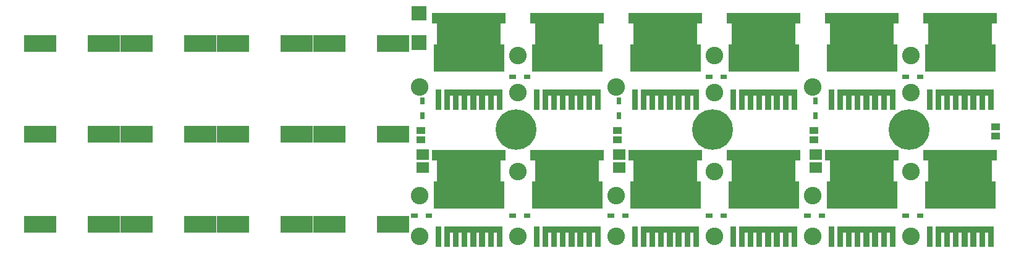
<source format=gbr>
G04 start of page 9 for group -4063 idx -4063 *
G04 Title: fet12v2, componentmask *
G04 Creator: pcb 20140316 *
G04 CreationDate: Wed 13 Jun 2018 07:35:06 AM GMT UTC *
G04 For: brian *
G04 Format: Gerber/RS-274X *
G04 PCB-Dimensions (mil): 6000.00 5000.00 *
G04 PCB-Coordinate-Origin: lower left *
%MOIN*%
%FSLAX25Y25*%
%LNTOPMASK*%
%ADD124C,0.0001*%
%ADD123R,0.0906X0.0906*%
%ADD122R,0.1457X0.1457*%
%ADD121R,0.1142X0.1142*%
%ADD120R,0.0551X0.0551*%
%ADD119R,0.0276X0.0276*%
%ADD118R,0.0315X0.0315*%
%ADD117R,0.0100X0.0100*%
%ADD116C,0.0394*%
%ADD115R,0.0240X0.0240*%
%ADD114R,0.0572X0.0572*%
%ADD113R,0.0355X0.0355*%
%ADD112C,0.2190*%
%ADD111C,0.0010*%
%ADD110C,0.0950*%
G54D110*X390000Y161000D03*
G54D111*X372949Y164232D03*
X377673D03*
X372949Y159508D03*
X377673D03*
X363500Y164232D03*
X368224D03*
Y159508D03*
X349327Y178405D03*
Y173681D03*
Y168956D03*
X354051Y178405D03*
Y173681D03*
Y168956D03*
X358776Y178405D03*
Y173681D03*
Y168956D03*
X363500Y178405D03*
Y173681D03*
X368224D03*
X372949D03*
X377673D03*
X368224Y178405D03*
X372949D03*
X377673D03*
X363500Y168956D03*
X368224D03*
X372949D03*
X377673D03*
X349327Y164232D03*
Y104405D03*
X354051D03*
X349327Y99681D03*
X354051D03*
Y164232D03*
X358776D03*
G54D110*X337000Y144000D03*
G54D111*X349327Y159508D03*
X354051D03*
X358776D03*
X363500D03*
G54D110*X390000Y141000D03*
G54D111*X315224Y178405D03*
Y173681D03*
Y168956D03*
X319949Y178405D03*
Y173681D03*
Y168956D03*
X324673Y178405D03*
Y173681D03*
Y168956D03*
X315224Y164232D03*
Y159508D03*
X319949Y164232D03*
Y159508D03*
X324673Y164232D03*
Y159508D03*
X296327Y178405D03*
X301051D03*
X305776D03*
X310500D03*
X296327Y173681D03*
Y168956D03*
Y164232D03*
X301051Y173681D03*
X305776D03*
X310500D03*
X301051Y168956D03*
X305776D03*
X310500D03*
X301051Y164232D03*
X305776D03*
X310500D03*
X296327Y159508D03*
X301051D03*
X305776D03*
X310500D03*
G54D110*X443000Y144000D03*
Y85500D03*
Y63500D03*
G54D111*X455327Y104405D03*
Y99681D03*
X460051D03*
X455327Y94956D03*
Y90232D03*
X460051D03*
X455327Y85508D03*
X460051D03*
Y104405D03*
X464776D03*
X469500D03*
X474224D03*
X478949D03*
X483673D03*
X464776Y99681D03*
X469500D03*
X474224D03*
X478949D03*
X483673D03*
X460051Y94956D03*
X464776D03*
X469500D03*
X474224D03*
X478949D03*
X483673D03*
X464776Y90232D03*
X469500D03*
X474224D03*
X478949D03*
X483673D03*
X464776Y85508D03*
X469500D03*
X474224D03*
X478949D03*
X483673D03*
G54D110*X496000Y161000D03*
Y141000D03*
G54D111*X478949Y178405D03*
X483673D03*
X478949Y173681D03*
X483673D03*
X478949Y168956D03*
X483673D03*
X478949Y164232D03*
X483673D03*
X478949Y159508D03*
X483673D03*
X474224Y178405D03*
X464776D03*
X469500D03*
X464776Y173681D03*
X469500D03*
X474224D03*
X455327Y178405D03*
X460051D03*
X455327Y173681D03*
X460051D03*
X455327Y168956D03*
X460051D03*
X464776D03*
X469500D03*
X474224D03*
X455327Y164232D03*
X460051D03*
X455327Y159508D03*
X460051D03*
X464776Y164232D03*
X469500D03*
X474224D03*
X464776Y159508D03*
X469500D03*
X474224D03*
X508327Y178405D03*
Y173681D03*
X513051Y178405D03*
Y173681D03*
X517776D03*
X508327Y168956D03*
Y164232D03*
X513051D03*
X517776Y178405D03*
X522500D03*
X527224D03*
X531949D03*
X536673D03*
X522500Y173681D03*
X527224D03*
X531949D03*
X536673D03*
X513051Y168956D03*
X517776D03*
X522500D03*
X527224D03*
X531949D03*
X536673D03*
X517776Y164232D03*
X522500D03*
X527224D03*
X531949D03*
X536673D03*
X508327Y159508D03*
X513051D03*
X517776D03*
X522500D03*
X527224D03*
X531949D03*
X536673D03*
G54D110*X496000Y63500D03*
Y98500D03*
G54D112*X495000Y121000D03*
G54D111*X522500Y104405D03*
X527224D03*
Y99681D03*
X531949Y104405D03*
Y99681D03*
X536673Y104405D03*
Y99681D03*
X522500D03*
Y94956D03*
X527224D03*
X508327Y104405D03*
X513051D03*
X517776D03*
X508327Y99681D03*
X513051D03*
X517776D03*
X508327Y94956D03*
X513051D03*
X517776D03*
X508327Y90232D03*
X513051D03*
X517776D03*
X508327Y85508D03*
X513051D03*
X517776D03*
X531949Y94956D03*
X536673D03*
X522500Y90232D03*
Y85508D03*
X527224D03*
X531949D03*
X527224Y90232D03*
X531949D03*
X536673D03*
Y85508D03*
X421224Y178405D03*
Y173681D03*
Y168956D03*
X425949Y178405D03*
Y173681D03*
Y168956D03*
X430673Y178405D03*
Y173681D03*
Y168956D03*
X421224Y164232D03*
Y159508D03*
X425949Y164232D03*
Y159508D03*
X430673Y164232D03*
Y159508D03*
X402327Y178405D03*
X407051D03*
X411776D03*
X416500D03*
X402327Y173681D03*
Y168956D03*
Y164232D03*
X407051Y173681D03*
X411776D03*
X416500D03*
X407051Y168956D03*
X411776D03*
X416500D03*
X407051Y164232D03*
X411776D03*
X416500D03*
X402327Y159508D03*
X407051D03*
X411776D03*
X416500D03*
G54D110*X390000Y98500D03*
Y63500D03*
G54D112*X389000Y121000D03*
G54D111*X402327Y104405D03*
X407051D03*
X411776D03*
X416500D03*
X421224D03*
X425949D03*
Y99681D03*
Y94956D03*
Y90232D03*
X430673Y104405D03*
Y99681D03*
Y94956D03*
Y90232D03*
X407051Y99681D03*
X411776D03*
X416500D03*
X421224D03*
X411776Y94956D03*
X416500D03*
X421224D03*
X411776Y90232D03*
X416500D03*
X421224D03*
X402327Y99681D03*
Y94956D03*
X407051D03*
X402327Y90232D03*
X407051D03*
X402327Y85508D03*
X407051D03*
X411776D03*
X416500D03*
X421224D03*
X425949D03*
X430673D03*
G54D110*X284000Y161000D03*
G54D111*X266949Y164232D03*
X271673D03*
X266949Y159508D03*
X271673D03*
X257500Y164232D03*
X262224D03*
X257500Y159508D03*
X262224D03*
X243327Y178405D03*
Y173681D03*
Y168956D03*
X248051Y178405D03*
Y173681D03*
Y168956D03*
X252776Y178405D03*
Y173681D03*
Y168956D03*
X257500Y178405D03*
Y173681D03*
X262224D03*
X266949D03*
X271673D03*
X262224Y178405D03*
X266949D03*
X271673D03*
X257500Y168956D03*
X262224D03*
X266949D03*
X271673D03*
X243327Y164232D03*
Y104405D03*
X248051D03*
X243327Y99681D03*
X248051D03*
Y164232D03*
X252776D03*
G54D110*X231000Y144000D03*
G54D111*X243327Y159508D03*
X248051D03*
X252776D03*
G54D112*X283000Y121000D03*
G54D110*X284000Y141000D03*
X337000Y85500D03*
Y63500D03*
G54D111*X358776Y104405D03*
X363500D03*
Y99681D03*
X368224Y104405D03*
X372949D03*
X377673D03*
X368224Y99681D03*
Y94956D03*
X372949Y99681D03*
Y94956D03*
X377673Y99681D03*
Y94956D03*
X358776Y99681D03*
Y94956D03*
X363500D03*
X349327D03*
X354051D03*
X349327Y90232D03*
X354051D03*
X349327Y85508D03*
X354051D03*
X358776Y90232D03*
Y85508D03*
X363500Y90232D03*
Y85508D03*
X368224Y90232D03*
Y85508D03*
X372949Y90232D03*
X377673D03*
X372949Y85508D03*
X377673D03*
G54D110*X231000Y85500D03*
Y63500D03*
G54D111*X252776Y104405D03*
X257500D03*
Y99681D03*
X262224Y104405D03*
X266949D03*
X271673D03*
X262224Y99681D03*
Y94956D03*
X266949Y99681D03*
Y94956D03*
X271673Y99681D03*
Y94956D03*
X252776Y99681D03*
Y94956D03*
X257500D03*
X243327D03*
X248051D03*
X243327Y90232D03*
X248051D03*
X243327Y85508D03*
X248051D03*
X252776Y90232D03*
Y85508D03*
X257500Y90232D03*
Y85508D03*
X262224Y90232D03*
Y85508D03*
X266949Y90232D03*
X271673D03*
X266949Y85508D03*
X271673D03*
G54D110*X284000Y98500D03*
Y63500D03*
G54D111*X296327Y104405D03*
X301051D03*
X305776D03*
X310500D03*
X315224D03*
X319949D03*
Y99681D03*
Y94956D03*
Y90232D03*
X324673Y104405D03*
Y99681D03*
Y94956D03*
Y90232D03*
X301051Y99681D03*
X305776D03*
X310500D03*
X315224D03*
X305776Y94956D03*
X310500D03*
X315224D03*
X305776Y90232D03*
X310500D03*
X315224D03*
X296327Y99681D03*
Y94956D03*
X301051D03*
X296327Y90232D03*
X301051D03*
X296327Y85508D03*
X301051D03*
X305776D03*
X310500D03*
X315224D03*
X319949D03*
X324673D03*
G54D113*X443008Y115441D02*X443992D01*
X443008Y120559D02*X443992D01*
G54D114*X444107Y107543D02*X444893D01*
X444107Y100457D02*X444893D01*
G54D115*X444500Y129187D02*Y127978D01*
Y137022D02*Y135813D01*
G54D116*X457689Y102043D03*
X452965Y106768D03*
X457689D03*
X462413Y102043D03*
Y106768D03*
X467138Y102043D03*
Y106768D03*
X471862D03*
X476587D03*
X481311D03*
X486035D03*
X471862Y102043D03*
X476587D03*
X481311D03*
G54D117*X452252Y141083D02*Y133209D01*
G54D118*X452965Y141083D02*Y133209D01*
G54D119*Y140886D02*Y133406D01*
G54D117*X458402Y141083D02*Y133209D01*
G54D118*X457689Y141083D02*Y133209D01*
G54D119*Y140886D02*Y133406D01*
G54D118*X462413Y141083D02*Y133209D01*
G54D119*Y140886D02*Y133406D01*
G54D118*X467138Y141083D02*Y133209D01*
G54D119*Y140886D02*Y133406D01*
G54D118*X458402Y141083D02*X486035D01*
X471862D02*Y133209D01*
G54D119*Y140886D02*Y133406D01*
G54D118*X476587Y141083D02*Y133209D01*
G54D119*Y140886D02*Y133406D01*
G54D118*X481311Y141083D02*Y133209D01*
G54D119*Y140886D02*Y133406D01*
G54D118*X486035Y141083D02*Y133209D01*
G54D119*Y140886D02*Y133406D01*
G54D115*X500313Y74500D02*X501522D01*
X492478D02*X493687D01*
G54D116*X471862Y92594D03*
Y97319D03*
X476587Y92594D03*
X481311D03*
X476587Y97319D03*
X481311D03*
G54D117*X505252Y141083D02*Y133209D01*
G54D118*X505965Y141083D02*Y133209D01*
G54D119*Y140886D02*Y133406D01*
G54D117*X511402Y141083D02*Y133209D01*
G54D118*X510689Y141083D02*Y133209D01*
G54D119*Y140886D02*Y133406D01*
G54D118*X515413Y141083D02*Y133209D01*
G54D119*Y140886D02*Y133406D01*
G54D116*X529587Y97319D03*
X534311D03*
X529587Y102043D03*
X534311D03*
Y106768D03*
X539035D03*
G54D118*X520138Y141083D02*Y133209D01*
G54D119*Y140886D02*Y133406D01*
G54D118*X529587Y141083D02*Y133209D01*
G54D119*Y140886D02*Y133406D01*
G54D118*X534311Y141083D02*Y133209D01*
G54D119*Y140886D02*Y133406D01*
G54D118*X539035Y141083D02*Y133209D01*
G54D119*Y140886D02*Y133406D01*
G54D118*X524862Y141083D02*Y133209D01*
G54D119*Y140886D02*Y133406D01*
G54D118*X511402Y141083D02*X539035D01*
G54D113*X541008Y122559D02*X541992D01*
X541008Y117441D02*X541992D01*
G54D115*X447313Y74500D02*X448522D01*
X439478D02*X440687D01*
G54D117*X452252Y67083D02*Y59209D01*
G54D118*X452965Y67083D02*Y59209D01*
G54D119*Y66886D02*Y59406D01*
G54D117*X458402Y67083D02*Y59209D01*
G54D118*X457689Y67083D02*Y59209D01*
G54D119*Y66886D02*Y59406D01*
G54D118*X462413Y67083D02*Y59209D01*
G54D119*Y66886D02*Y59406D01*
G54D118*X467138Y67083D02*Y59209D01*
G54D119*Y66886D02*Y59406D01*
G54D118*X471862Y67083D02*Y59209D01*
G54D119*Y66886D02*Y59406D01*
G54D118*X476587Y67083D02*Y59209D01*
G54D119*Y66886D02*Y59406D01*
G54D118*X481311Y67083D02*Y59209D01*
G54D119*Y66886D02*Y59406D01*
G54D118*X486035Y67083D02*Y59209D01*
G54D119*Y66886D02*Y59406D01*
G54D118*X458402Y67083D02*X486035D01*
G54D120*X452374Y107240D02*X486626D01*
G54D121*X458083Y98776D02*X480917D01*
G54D116*X457689Y97319D03*
X462413D03*
X467138D03*
G54D122*X457689Y85783D02*X481311D01*
G54D116*X467138Y83146D03*
Y87870D03*
X452965Y83146D03*
X457689D03*
X462413D03*
X452965Y87870D03*
X457689D03*
X462413D03*
X457689Y92594D03*
X471862Y83146D03*
X476587D03*
X481311D03*
X486035D03*
X476587Y87870D03*
X481311D03*
X471862D03*
X486035D03*
X462413Y92594D03*
X467138D03*
G54D120*X505374Y107240D02*X539626D01*
G54D116*X505965Y106768D03*
X510689D03*
X515413D03*
X520138D03*
G54D121*X511083Y98776D02*X533917D01*
G54D116*X520138Y97319D03*
X524862D03*
X520138Y102043D03*
X524862D03*
X510689Y97319D03*
X515413D03*
X510689Y102043D03*
X515413D03*
X524862Y106768D03*
X529587D03*
G54D117*X505252Y67083D02*Y59209D01*
G54D118*X505965Y67083D02*Y59209D01*
G54D119*Y66886D02*Y59406D01*
G54D117*X511402Y67083D02*Y59209D01*
G54D118*X510689Y67083D02*Y59209D01*
G54D119*Y66886D02*Y59406D01*
G54D122*Y85783D02*X534311D01*
G54D116*X520138Y83146D03*
Y87870D03*
X524862Y92594D03*
X529587D03*
X534311D03*
X505965Y83146D03*
X510689D03*
X515413D03*
X505965Y87870D03*
X510689D03*
X515413D03*
X510689Y92594D03*
X524862Y83146D03*
X529587D03*
X534311D03*
X539035D03*
X529587Y87870D03*
X534311D03*
X524862D03*
X539035D03*
X515413Y92594D03*
X520138D03*
G54D118*X515413Y67083D02*Y59209D01*
G54D119*Y66886D02*Y59406D01*
G54D118*X520138Y67083D02*Y59209D01*
G54D119*Y66886D02*Y59406D01*
G54D118*X529587Y67083D02*Y59209D01*
G54D119*Y66886D02*Y59406D01*
G54D118*X534311Y67083D02*Y59209D01*
G54D119*Y66886D02*Y59406D01*
G54D118*X539035Y67083D02*Y59209D01*
G54D119*Y66886D02*Y59406D01*
G54D118*X524862Y67083D02*Y59209D01*
G54D119*Y66886D02*Y59406D01*
G54D118*X511402Y67083D02*X539035D01*
G54D123*X178240Y70000D02*X186508D01*
X212492D02*X220760D01*
X160492D02*X168760D01*
X126240D02*X134508D01*
X74240D02*X82508D01*
X108492D02*X116760D01*
X56492D02*X64760D01*
X22240D02*X30508D01*
G54D115*X235313Y74500D02*X236522D01*
X227478D02*X228687D01*
G54D117*X240252Y67083D02*Y59209D01*
G54D118*X240965Y67083D02*Y59209D01*
G54D119*Y66886D02*Y59406D01*
G54D113*X231008Y120559D02*X231992D01*
G54D123*X212492Y118500D02*X220760D01*
G54D115*X232500Y129187D02*Y127978D01*
Y137022D02*Y135813D01*
G54D117*X240252Y141083D02*Y133209D01*
G54D118*X240965Y141083D02*Y133209D01*
G54D119*Y140886D02*Y133406D01*
G54D123*X178240Y118500D02*X186508D01*
X160492D02*X168760D01*
X126240D02*X134508D01*
X108492D02*X116760D01*
X74240D02*X82508D01*
X56492D02*X64760D01*
X22240D02*X30508D01*
G54D115*X288313Y149500D02*X289522D01*
X280478D02*X281687D01*
G54D116*X269311Y157146D03*
X274035D03*
G54D122*X245689Y159783D02*X269311D01*
G54D116*X255138Y157146D03*
Y161870D03*
X259862Y157146D03*
X264587D03*
X240965D03*
X245689D03*
X250413D03*
X240965Y161870D03*
X245689D03*
X264587D03*
X269311D03*
X259862D03*
X274035D03*
X250413Y166594D03*
X255138D03*
G54D124*G36*
X226550Y172100D02*Y164200D01*
X234450D01*
Y172100D01*
X226550D01*
G37*
G54D116*X250413Y161870D03*
X245689Y166594D03*
G54D123*X160492Y167500D02*X168760D01*
X126240D02*X134508D01*
X108492D02*X116760D01*
X178240D02*X186508D01*
X212492D02*X220760D01*
X74240D02*X82508D01*
X56492D02*X64760D01*
X22240D02*X30508D01*
G54D116*X264587Y171319D03*
X269311D03*
X264587Y176043D03*
X269311D03*
G54D115*X500313Y149500D02*X501522D01*
X492478D02*X493687D01*
G54D116*X481311Y157146D03*
X486035D03*
G54D122*X457689Y159783D02*X481311D01*
G54D116*X467138Y157146D03*
Y161870D03*
X471862Y157146D03*
X476587D03*
X452965D03*
X457689D03*
X462413D03*
X452965Y161870D03*
X457689D03*
X476587D03*
X481311D03*
X471862D03*
X486035D03*
X462413Y166594D03*
X467138D03*
X462413Y161870D03*
X457689Y166594D03*
X476587Y171319D03*
X481311D03*
X476587Y176043D03*
X481311D03*
G54D120*X452374Y181240D02*X486626D01*
G54D116*X452965Y180768D03*
X457689D03*
X462413D03*
X467138D03*
Y176043D03*
X471862D03*
Y180768D03*
X476587D03*
X481311D03*
X486035D03*
X471862Y166594D03*
X476587D03*
X481311D03*
G54D121*X458083Y172776D02*X480917D01*
G54D116*X467138Y171319D03*
X471862D03*
X457689D03*
X462413D03*
X457689Y176043D03*
X462413D03*
G54D122*X510689Y159783D02*X534311D01*
G54D116*X520138Y157146D03*
X515413Y161870D03*
X520138D03*
X524862D03*
X539035D03*
X524862Y157146D03*
X529587D03*
X534311D03*
X539035D03*
X505965D03*
X510689D03*
X515413D03*
X505965Y161870D03*
X510689D03*
X529587D03*
X534311D03*
G54D121*X511083Y172776D02*X533917D01*
G54D116*X520138Y166594D03*
Y171319D03*
X524862D03*
X529587D03*
X534311D03*
X524862Y166594D03*
X529587D03*
X534311D03*
X510689D03*
X515413D03*
X510689Y171319D03*
X515413D03*
G54D120*X505374Y181240D02*X539626D01*
G54D116*X520138Y176043D03*
Y180768D03*
X524862D03*
Y176043D03*
X529587D03*
X534311D03*
X510689D03*
X515413D03*
X505965Y180768D03*
X510689D03*
X515413D03*
X529587D03*
X534311D03*
X539035D03*
G54D122*X351689Y159783D02*X375311D01*
G54D116*X361138Y157146D03*
Y161870D03*
X365862Y166594D03*
X370587D03*
X375311D03*
X346965Y157146D03*
X351689D03*
X356413D03*
X346965Y161870D03*
X351689D03*
X356413D03*
X351689Y166594D03*
X365862Y157146D03*
X370587D03*
X375311D03*
X380035D03*
X370587Y161870D03*
X375311D03*
X365862D03*
X380035D03*
X356413Y166594D03*
X361138D03*
G54D120*X346374Y181240D02*X380626D01*
G54D116*X346965Y180768D03*
X351689D03*
X356413D03*
X361138D03*
G54D121*X352083Y172776D02*X374917D01*
G54D116*X361138Y171319D03*
X365862D03*
X361138Y176043D03*
X365862D03*
X351689Y171319D03*
X356413D03*
X351689Y176043D03*
X356413D03*
X365862Y180768D03*
X370587D03*
Y171319D03*
X375311D03*
X370587Y176043D03*
X375311D03*
Y180768D03*
X380035D03*
G54D115*X394313Y149500D02*X395522D01*
X386478D02*X387687D01*
G54D116*X399965Y157146D03*
X404689D03*
X409413D03*
X414138D03*
X418862D03*
X423587D03*
X428311D03*
G54D122*X404689Y159783D02*X428311D01*
G54D116*X414138Y161870D03*
Y166594D03*
X418862D03*
X423587D03*
X428311D03*
X433035Y157146D03*
X418862Y161870D03*
X423587D03*
X428311D03*
X433035D03*
X399965D03*
X404689D03*
X409413D03*
X404689Y166594D03*
X409413D03*
G54D120*X399374Y181240D02*X433626D01*
G54D116*X399965Y180768D03*
X404689D03*
X409413D03*
X414138D03*
G54D121*X405083Y172776D02*X427917D01*
G54D116*X414138Y171319D03*
X418862D03*
X414138Y176043D03*
X418862D03*
X404689Y171319D03*
X409413D03*
X404689Y176043D03*
X409413D03*
X418862Y180768D03*
X423587D03*
Y171319D03*
X428311D03*
X423587Y176043D03*
X428311D03*
Y180768D03*
X433035D03*
G54D113*X337008Y115441D02*X337992D01*
X337008Y120559D02*X337992D01*
G54D114*X338107Y107543D02*X338893D01*
G54D116*X346965Y106768D03*
G54D114*X338107Y100457D02*X338893D01*
G54D115*X338500Y129187D02*Y127978D01*
Y137022D02*Y135813D01*
G54D117*X346252Y141083D02*Y133209D01*
G54D118*X346965Y141083D02*Y133209D01*
G54D119*Y140886D02*Y133406D01*
G54D117*X352402Y141083D02*Y133209D01*
G54D118*X351689Y141083D02*Y133209D01*
G54D119*Y140886D02*Y133406D01*
G54D118*X356413Y141083D02*Y133209D01*
G54D119*Y140886D02*Y133406D01*
G54D118*X361138Y141083D02*Y133209D01*
G54D119*Y140886D02*Y133406D01*
G54D118*X365862Y141083D02*Y133209D01*
G54D119*Y140886D02*Y133406D01*
G54D118*X370587Y141083D02*Y133209D01*
G54D119*Y140886D02*Y133406D01*
G54D118*X352402Y141083D02*X380035D01*
G54D116*X351689Y102043D03*
Y106768D03*
X356413D03*
Y102043D03*
X361138D03*
X365862D03*
X370587D03*
X375311D03*
X361138Y106768D03*
X365862D03*
X370587D03*
X375311D03*
X380035D03*
G54D118*X375311Y141083D02*Y133209D01*
G54D119*Y140886D02*Y133406D01*
G54D118*X380035Y141083D02*Y133209D01*
G54D119*Y140886D02*Y133406D01*
G54D115*X394313Y74500D02*X395522D01*
X386478D02*X387687D01*
G54D116*X380035Y87870D03*
X375311Y92594D03*
Y97319D03*
G54D117*X399252Y141083D02*Y133209D01*
G54D118*X399965Y141083D02*Y133209D01*
G54D119*Y140886D02*Y133406D01*
G54D117*X405402Y141083D02*Y133209D01*
G54D118*X404689Y141083D02*Y133209D01*
G54D119*Y140886D02*Y133406D01*
G54D118*X409413Y141083D02*Y133209D01*
G54D119*Y140886D02*Y133406D01*
G54D118*X414138Y141083D02*Y133209D01*
G54D119*Y140886D02*Y133406D01*
G54D118*X418862Y141083D02*Y133209D01*
G54D119*Y140886D02*Y133406D01*
G54D118*X428311Y141083D02*Y133209D01*
G54D119*Y140886D02*Y133406D01*
G54D118*X433035Y141083D02*Y133209D01*
G54D119*Y140886D02*Y133406D01*
G54D116*X418862Y92594D03*
X423587D03*
X428311D03*
X418862Y97319D03*
X423587D03*
X428311D03*
X404689D03*
X409413D03*
X414138D03*
X409413Y102043D03*
Y106768D03*
X414138D03*
Y102043D03*
X418862D03*
X423587D03*
X428311D03*
X418862Y106768D03*
X423587D03*
X428311D03*
X433035D03*
X404689Y102043D03*
X399965Y106768D03*
X404689D03*
G54D118*X423587Y141083D02*Y133209D01*
G54D119*Y140886D02*Y133406D01*
G54D118*X405402Y141083D02*X433035D01*
X414138Y67083D02*Y59209D01*
G54D119*Y66886D02*Y59406D01*
G54D118*X418862Y67083D02*Y59209D01*
G54D119*Y66886D02*Y59406D01*
G54D118*X428311Y67083D02*Y59209D01*
G54D119*Y66886D02*Y59406D01*
G54D118*X433035Y67083D02*Y59209D01*
G54D119*Y66886D02*Y59406D01*
G54D118*X423587Y67083D02*Y59209D01*
G54D119*Y66886D02*Y59406D01*
G54D118*X405402Y67083D02*X433035D01*
G54D120*X399374Y107240D02*X433626D01*
G54D121*X405083Y98776D02*X427917D01*
G54D122*X404689Y85783D02*X428311D01*
G54D116*X414138Y83146D03*
Y87870D03*
X399965Y83146D03*
X404689D03*
X409413D03*
X399965Y87870D03*
X404689D03*
X409413D03*
X404689Y92594D03*
X418862Y83146D03*
X423587D03*
X428311D03*
X433035D03*
X423587Y87870D03*
X428311D03*
X418862D03*
X433035D03*
X409413Y92594D03*
X414138D03*
G54D117*X399252Y67083D02*Y59209D01*
G54D118*X399965Y67083D02*Y59209D01*
G54D119*Y66886D02*Y59406D01*
G54D117*X405402Y67083D02*Y59209D01*
G54D118*X404689Y67083D02*Y59209D01*
G54D119*Y66886D02*Y59406D01*
G54D118*X409413Y67083D02*Y59209D01*
G54D119*Y66886D02*Y59406D01*
G54D115*X341313Y74500D02*X342522D01*
X333478D02*X334687D01*
G54D117*X346252Y67083D02*Y59209D01*
G54D118*X346965Y67083D02*Y59209D01*
G54D119*Y66886D02*Y59406D01*
G54D117*X352402Y67083D02*Y59209D01*
G54D118*X351689Y67083D02*Y59209D01*
G54D119*Y66886D02*Y59406D01*
G54D118*X356413Y67083D02*Y59209D01*
G54D119*Y66886D02*Y59406D01*
G54D118*X361138Y67083D02*Y59209D01*
G54D119*Y66886D02*Y59406D01*
G54D118*X365862Y67083D02*Y59209D01*
G54D119*Y66886D02*Y59406D01*
G54D118*X370587Y67083D02*Y59209D01*
G54D119*Y66886D02*Y59406D01*
G54D118*X375311Y67083D02*Y59209D01*
G54D119*Y66886D02*Y59406D01*
G54D118*X380035Y67083D02*Y59209D01*
G54D119*Y66886D02*Y59406D01*
G54D118*X352402Y67083D02*X380035D01*
G54D120*X346374Y107240D02*X380626D01*
G54D121*X352083Y98776D02*X374917D01*
G54D116*X351689Y97319D03*
X356413D03*
X361138D03*
X365862D03*
X370587D03*
G54D122*X351689Y85783D02*X375311D01*
G54D116*X361138Y83146D03*
Y87870D03*
X365862D03*
X346965Y83146D03*
X351689D03*
X356413D03*
X346965Y87870D03*
X351689D03*
X356413D03*
X351689Y92594D03*
X356413D03*
X365862Y83146D03*
X370587D03*
X375311D03*
X380035D03*
X370587Y87870D03*
X375311D03*
X361138Y92594D03*
X365862D03*
X370587D03*
G54D120*X240374Y181240D02*X274626D01*
G54D116*X240965Y180768D03*
X245689D03*
X250413D03*
X255138D03*
Y176043D03*
X259862D03*
Y180768D03*
X264587D03*
X269311D03*
X274035D03*
G54D124*G36*
X226550Y187800D02*Y179900D01*
X234450D01*
Y187800D01*
X226550D01*
G37*
G54D116*X259862Y166594D03*
X264587D03*
X269311D03*
G54D121*X246083Y172776D02*X268917D01*
G54D116*X255138Y171319D03*
X259862D03*
X245689D03*
X250413D03*
X245689Y176043D03*
X250413D03*
G54D122*X298689Y159783D02*X322311D01*
G54D116*X308138Y157146D03*
X303413Y161870D03*
X308138D03*
X312862D03*
X327035D03*
X312862Y157146D03*
X317587D03*
X322311D03*
X327035D03*
X293965D03*
X298689D03*
X303413D03*
X293965Y161870D03*
X298689D03*
X317587D03*
X322311D03*
G54D121*X299083Y172776D02*X321917D01*
G54D116*X308138Y166594D03*
Y171319D03*
X312862D03*
X317587D03*
X322311D03*
X312862Y166594D03*
X317587D03*
X322311D03*
X298689D03*
X303413D03*
X298689Y171319D03*
X303413D03*
G54D120*X293374Y181240D02*X327626D01*
G54D116*X308138Y176043D03*
Y180768D03*
X312862D03*
Y176043D03*
X317587D03*
X322311D03*
X298689D03*
X303413D03*
X293965Y180768D03*
X298689D03*
X303413D03*
X317587D03*
X322311D03*
X327035D03*
G54D115*X288313Y74500D02*X289522D01*
X280478D02*X281687D01*
G54D117*X293252Y67083D02*Y59209D01*
G54D118*X293965Y67083D02*Y59209D01*
G54D119*Y66886D02*Y59406D01*
G54D117*X299402Y67083D02*Y59209D01*
G54D118*X298689Y67083D02*Y59209D01*
G54D119*Y66886D02*Y59406D01*
G54D118*X303413Y67083D02*Y59209D01*
G54D119*Y66886D02*Y59406D01*
G54D118*X308138Y67083D02*Y59209D01*
G54D119*Y66886D02*Y59406D01*
G54D118*X312862Y67083D02*Y59209D01*
G54D119*Y66886D02*Y59406D01*
G54D118*X317587Y67083D02*Y59209D01*
G54D119*Y66886D02*Y59406D01*
G54D118*X322311Y67083D02*Y59209D01*
G54D119*Y66886D02*Y59406D01*
G54D118*X327035Y67083D02*Y59209D01*
G54D119*Y66886D02*Y59406D01*
G54D118*X299402Y67083D02*X327035D01*
G54D116*X293965Y83146D03*
Y87870D03*
X298689Y83146D03*
Y87870D03*
X303413D03*
Y83146D03*
X308138D03*
X312862D03*
X317587D03*
X322311D03*
X327035D03*
X308138Y87870D03*
X312862D03*
X317587D03*
X322311D03*
X327035D03*
X298689Y92594D03*
X303413D03*
X308138D03*
X312862D03*
X317587D03*
X322311D03*
X317587Y97319D03*
X322311D03*
X308138D03*
X312862D03*
X308138Y102043D03*
X312862D03*
X317587D03*
X322311D03*
X298689Y97319D03*
X303413D03*
Y102043D03*
X298689D03*
X293965Y106768D03*
X298689D03*
X303413D03*
G54D113*X231008Y115441D02*X231992D01*
G54D114*X232107Y107543D02*X232893D01*
X232107Y100457D02*X232893D01*
G54D117*X246402Y67083D02*Y59209D01*
G54D118*X245689Y67083D02*Y59209D01*
G54D119*Y66886D02*Y59406D01*
G54D118*X250413Y67083D02*Y59209D01*
G54D119*Y66886D02*Y59406D01*
G54D118*X255138Y67083D02*Y59209D01*
G54D119*Y66886D02*Y59406D01*
G54D118*X259862Y67083D02*Y59209D01*
G54D119*Y66886D02*Y59406D01*
G54D118*X264587Y67083D02*Y59209D01*
G54D119*Y66886D02*Y59406D01*
G54D118*X269311Y67083D02*Y59209D01*
G54D119*Y66886D02*Y59406D01*
G54D118*X274035Y67083D02*Y59209D01*
G54D119*Y66886D02*Y59406D01*
G54D118*X246402Y67083D02*X274035D01*
G54D116*X240965Y83146D03*
Y87870D03*
X245689Y83146D03*
Y87870D03*
X250413D03*
Y83146D03*
X255138D03*
X259862D03*
X264587D03*
X269311D03*
X274035D03*
X255138Y87870D03*
X259862D03*
X264587D03*
X269311D03*
X274035D03*
X245689Y92594D03*
X250413D03*
X255138D03*
X259862D03*
X264587D03*
X269311D03*
X245689Y97319D03*
X250413D03*
X245689Y102043D03*
X250413D03*
X264587Y97319D03*
X269311D03*
X255138D03*
X259862D03*
X255138Y102043D03*
G54D117*X246402Y141083D02*Y133209D01*
G54D118*X245689Y141083D02*Y133209D01*
G54D119*Y140886D02*Y133406D01*
G54D118*X250413Y141083D02*Y133209D01*
G54D119*Y140886D02*Y133406D01*
G54D118*X255138Y141083D02*Y133209D01*
G54D119*Y140886D02*Y133406D01*
G54D118*X259862Y141083D02*Y133209D01*
G54D119*Y140886D02*Y133406D01*
G54D118*X264587Y141083D02*Y133209D01*
G54D119*Y140886D02*Y133406D01*
G54D118*X246402Y141083D02*X274035D01*
X269311D02*Y133209D01*
G54D119*Y140886D02*Y133406D01*
G54D118*X274035Y141083D02*Y133209D01*
G54D119*Y140886D02*Y133406D01*
G54D117*X293252Y141083D02*Y133209D01*
G54D118*X293965Y141083D02*Y133209D01*
G54D119*Y140886D02*Y133406D01*
G54D117*X299402Y141083D02*Y133209D01*
G54D118*X298689Y141083D02*Y133209D01*
G54D119*Y140886D02*Y133406D01*
G54D118*X303413Y141083D02*Y133209D01*
G54D119*Y140886D02*Y133406D01*
G54D118*X308138Y141083D02*Y133209D01*
G54D119*Y140886D02*Y133406D01*
G54D118*X312862Y141083D02*Y133209D01*
G54D119*Y140886D02*Y133406D01*
G54D118*X322311Y141083D02*Y133209D01*
G54D119*Y140886D02*Y133406D01*
G54D118*X327035Y141083D02*Y133209D01*
G54D119*Y140886D02*Y133406D01*
G54D118*X317587Y141083D02*Y133209D01*
G54D119*Y140886D02*Y133406D01*
G54D118*X299402Y141083D02*X327035D01*
G54D120*X293374Y107240D02*X327626D01*
G54D121*X299083Y98776D02*X321917D01*
G54D116*X308138Y106768D03*
X312862D03*
G54D122*X298689Y85783D02*X322311D01*
G54D116*X317587Y106768D03*
X322311D03*
X327035D03*
G54D120*X240374Y107240D02*X274626D01*
G54D116*X240965Y106768D03*
X245689D03*
X250413D03*
X255138D03*
G54D121*X246083Y98776D02*X268917D01*
G54D122*X245689Y85783D02*X269311D01*
G54D116*X259862Y102043D03*
X264587D03*
X269311D03*
X259862Y106768D03*
X264587D03*
X269311D03*
X274035D03*
M02*

</source>
